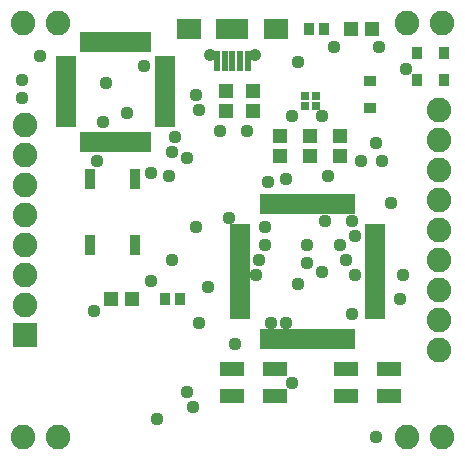
<source format=gts>
G75*
%MOIN*%
%OFA0B0*%
%FSLAX25Y25*%
%IPPOS*%
%LPD*%
%AMOC8*
5,1,8,0,0,1.08239X$1,22.5*
%
%ADD10R,0.02600X0.02600*%
%ADD11R,0.04068X0.03280*%
%ADD12R,0.03280X0.04068*%
%ADD13R,0.03556X0.04343*%
%ADD14R,0.02375X0.06509*%
%ADD15C,0.04146*%
%ADD16R,0.07874X0.06693*%
%ADD17R,0.10630X0.06693*%
%ADD18C,0.08200*%
%ADD19R,0.05131X0.04737*%
%ADD20R,0.04737X0.05131*%
%ADD21R,0.03800X0.06800*%
%ADD22R,0.06600X0.01900*%
%ADD23R,0.01900X0.06600*%
%ADD24R,0.08280X0.05131*%
%ADD25R,0.08200X0.08200*%
%ADD26C,0.04400*%
D10*
X0406800Y0321800D03*
X0410200Y0321800D03*
X0410200Y0325200D03*
X0406800Y0325200D03*
D11*
X0428500Y0320972D03*
X0428500Y0330028D03*
D12*
X0443972Y0330500D03*
X0453028Y0330500D03*
X0453028Y0339500D03*
X0443972Y0339500D03*
D13*
X0413059Y0347500D03*
X0407941Y0347500D03*
X0365059Y0257500D03*
X0359941Y0257500D03*
D14*
X0377382Y0336772D03*
X0379941Y0336772D03*
X0382500Y0336772D03*
X0385059Y0336772D03*
X0387618Y0336772D03*
D15*
X0389980Y0338839D03*
X0375020Y0338839D03*
D16*
X0367996Y0347500D03*
X0397004Y0347500D03*
D17*
X0382500Y0347500D03*
D18*
X0312800Y0211500D03*
X0324200Y0211500D03*
X0313500Y0255500D03*
X0313500Y0265500D03*
X0313500Y0275500D03*
X0313500Y0285500D03*
X0313500Y0295500D03*
X0313500Y0305500D03*
X0313500Y0315500D03*
X0312800Y0349500D03*
X0324200Y0349500D03*
X0440800Y0349500D03*
X0452200Y0349500D03*
X0451500Y0320500D03*
X0451500Y0310500D03*
X0451500Y0300500D03*
X0451500Y0290500D03*
X0451500Y0280500D03*
X0451500Y0270500D03*
X0451500Y0260500D03*
X0451500Y0250500D03*
X0451500Y0240500D03*
X0452200Y0211500D03*
X0440800Y0211500D03*
D19*
X0348846Y0257500D03*
X0342154Y0257500D03*
X0422154Y0347500D03*
X0428846Y0347500D03*
D20*
X0389500Y0326846D03*
X0389500Y0320154D03*
X0380500Y0320154D03*
X0380500Y0326846D03*
X0398500Y0311846D03*
X0398500Y0305154D03*
X0408500Y0305154D03*
X0408500Y0311846D03*
X0418500Y0311846D03*
X0418500Y0305154D03*
D21*
X0350000Y0297500D03*
X0335000Y0297500D03*
X0335000Y0275500D03*
X0350000Y0275500D03*
D22*
X0385000Y0275400D03*
X0385000Y0277300D03*
X0385000Y0279300D03*
X0385000Y0281300D03*
X0385000Y0273400D03*
X0385000Y0271400D03*
X0385000Y0269500D03*
X0385000Y0267500D03*
X0385000Y0265500D03*
X0385000Y0263500D03*
X0385000Y0261600D03*
X0385000Y0259600D03*
X0385000Y0257600D03*
X0385000Y0255700D03*
X0385000Y0253700D03*
X0385000Y0251700D03*
X0430000Y0251700D03*
X0430000Y0253700D03*
X0430000Y0255700D03*
X0430000Y0257600D03*
X0430000Y0259600D03*
X0430000Y0261600D03*
X0430000Y0263500D03*
X0430000Y0265500D03*
X0430000Y0267500D03*
X0430000Y0269500D03*
X0430000Y0271400D03*
X0430000Y0273400D03*
X0430000Y0275400D03*
X0430000Y0277300D03*
X0430000Y0279300D03*
X0430000Y0281300D03*
X0360100Y0315700D03*
X0360100Y0317600D03*
X0360100Y0319600D03*
X0360100Y0321600D03*
X0360100Y0323500D03*
X0360100Y0325500D03*
X0360100Y0327500D03*
X0360100Y0329500D03*
X0360100Y0331400D03*
X0360100Y0333400D03*
X0360100Y0335400D03*
X0360100Y0337300D03*
X0326900Y0337300D03*
X0326900Y0335400D03*
X0326900Y0333400D03*
X0326900Y0331400D03*
X0326900Y0329500D03*
X0326900Y0327500D03*
X0326900Y0325500D03*
X0326900Y0323500D03*
X0326900Y0321600D03*
X0326900Y0319600D03*
X0326900Y0317600D03*
X0326900Y0315700D03*
D23*
X0332700Y0309900D03*
X0334600Y0309900D03*
X0336600Y0309900D03*
X0338600Y0309900D03*
X0340500Y0309900D03*
X0342500Y0309900D03*
X0344500Y0309900D03*
X0346500Y0309900D03*
X0348400Y0309900D03*
X0350400Y0309900D03*
X0352400Y0309900D03*
X0354300Y0309900D03*
X0392700Y0289000D03*
X0394700Y0289000D03*
X0396700Y0289000D03*
X0398600Y0289000D03*
X0400600Y0289000D03*
X0402600Y0289000D03*
X0404500Y0289000D03*
X0406500Y0289000D03*
X0408500Y0289000D03*
X0410500Y0289000D03*
X0412400Y0289000D03*
X0414400Y0289000D03*
X0416400Y0289000D03*
X0418300Y0289000D03*
X0420300Y0289000D03*
X0422300Y0289000D03*
X0422300Y0244000D03*
X0420300Y0244000D03*
X0418300Y0244000D03*
X0416400Y0244000D03*
X0414400Y0244000D03*
X0412400Y0244000D03*
X0410500Y0244000D03*
X0408500Y0244000D03*
X0406500Y0244000D03*
X0404500Y0244000D03*
X0402600Y0244000D03*
X0400600Y0244000D03*
X0398600Y0244000D03*
X0396700Y0244000D03*
X0394700Y0244000D03*
X0392700Y0244000D03*
X0354300Y0343100D03*
X0352400Y0343100D03*
X0350400Y0343100D03*
X0348400Y0343100D03*
X0346500Y0343100D03*
X0344500Y0343100D03*
X0342500Y0343100D03*
X0340500Y0343100D03*
X0338600Y0343100D03*
X0336600Y0343100D03*
X0334600Y0343100D03*
X0332700Y0343100D03*
D24*
X0382217Y0234028D03*
X0382217Y0224972D03*
X0396783Y0224972D03*
X0396783Y0234028D03*
X0420217Y0234028D03*
X0434783Y0234028D03*
X0434783Y0224972D03*
X0420217Y0224972D03*
D25*
X0313500Y0245500D03*
D26*
X0336500Y0253500D03*
X0355500Y0263500D03*
X0362500Y0270500D03*
X0374500Y0261500D03*
X0390500Y0265500D03*
X0391500Y0270500D03*
X0393500Y0275500D03*
X0393500Y0281500D03*
X0381500Y0284500D03*
X0370500Y0281500D03*
X0361500Y0298500D03*
X0355500Y0299500D03*
X0362500Y0306500D03*
X0363500Y0311500D03*
X0367500Y0304500D03*
X0378500Y0313500D03*
X0387500Y0313500D03*
X0402500Y0318500D03*
X0412500Y0318500D03*
X0404500Y0336500D03*
X0416500Y0341500D03*
X0431500Y0341500D03*
X0440461Y0334012D03*
X0430500Y0309500D03*
X0432500Y0303500D03*
X0425500Y0303500D03*
X0414500Y0298500D03*
X0400500Y0297500D03*
X0394500Y0296500D03*
X0413500Y0283500D03*
X0422500Y0283500D03*
X0423500Y0278500D03*
X0418500Y0275500D03*
X0420500Y0270500D03*
X0423500Y0265500D03*
X0412500Y0266500D03*
X0407500Y0269500D03*
X0407500Y0275500D03*
X0404500Y0262500D03*
X0400500Y0249500D03*
X0395500Y0249500D03*
X0383500Y0242500D03*
X0371500Y0249500D03*
X0367500Y0226500D03*
X0369500Y0221500D03*
X0357500Y0217500D03*
X0402500Y0229500D03*
X0430500Y0211500D03*
X0422500Y0252500D03*
X0438500Y0257500D03*
X0439500Y0265500D03*
X0435500Y0289500D03*
X0371500Y0320500D03*
X0370500Y0325500D03*
X0353000Y0335000D03*
X0340500Y0329500D03*
X0347500Y0319500D03*
X0339500Y0316500D03*
X0337500Y0303500D03*
X0312500Y0324500D03*
X0312500Y0330500D03*
X0318500Y0338500D03*
M02*

</source>
